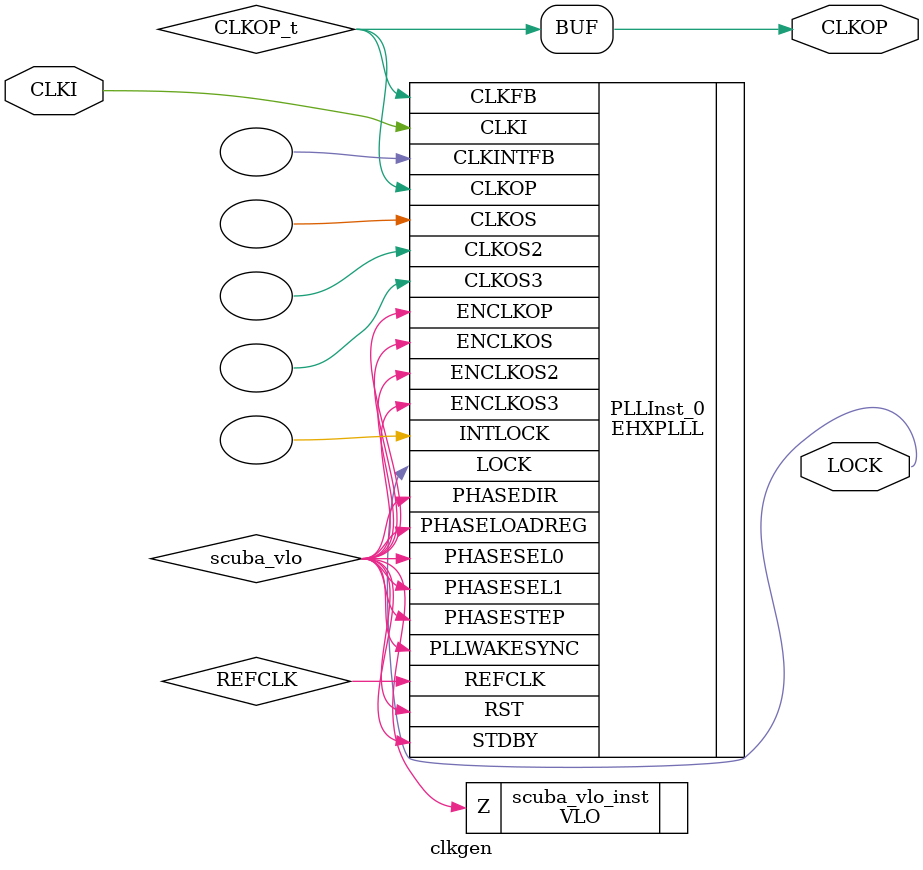
<source format=v>
/* Verilog netlist generated by SCUBA Diamond (64-bit) 3.11.3.469 */
/* Module Version: 5.7 */
/* C:\lscc\diamond\3.11_x64\ispfpga\bin\nt64\scuba.exe -w -n clkgen -lang verilog -synth synplify -bus_exp 7 -bb -arch sa5p00 -type pll -fin 25 -fclkop 100.00 -fclkop_tol 0.0 -phase_cntl STATIC -lock -fb_mode 1 -fdc C:/lscc/projects/mcu_icesugar/clockgen/clkgen/clkgen.fdc  */
/* Fri Sep 03 13:09:13 2021 */


`timescale 1 ns / 1 ps
module clkgen (CLKI, CLKOP, LOCK)/* synthesis NGD_DRC_MASK=1 */;
    input wire CLKI;
    output wire CLKOP;
    output wire LOCK;

    wire REFCLK;
    wire CLKOP_t;
    wire scuba_vhi;
    wire scuba_vlo;

    VHI scuba_vhi_inst (.Z(scuba_vhi));

    VLO scuba_vlo_inst (.Z(scuba_vlo));

    defparam PLLInst_0.PLLRST_ENA = "DISABLED" ;
    defparam PLLInst_0.INTFB_WAKE = "DISABLED" ;
    defparam PLLInst_0.STDBY_ENABLE = "DISABLED" ;
    defparam PLLInst_0.DPHASE_SOURCE = "DISABLED" ;
    defparam PLLInst_0.CLKOS3_FPHASE = 0 ;
    defparam PLLInst_0.CLKOS3_CPHASE = 0 ;
    defparam PLLInst_0.CLKOS2_FPHASE = 0 ;
    defparam PLLInst_0.CLKOS2_CPHASE = 0 ;
    defparam PLLInst_0.CLKOS_FPHASE = 0 ;
    defparam PLLInst_0.CLKOS_CPHASE = 0 ;
    defparam PLLInst_0.CLKOP_FPHASE = 0 ;
    defparam PLLInst_0.CLKOP_CPHASE = 9 ;
    defparam PLLInst_0.PLL_LOCK_MODE = 0 ;
    defparam PLLInst_0.CLKOS_TRIM_DELAY = 0 ;
    defparam PLLInst_0.CLKOS_TRIM_POL = "FALLING" ;
    defparam PLLInst_0.CLKOP_TRIM_DELAY = 0 ;
    defparam PLLInst_0.CLKOP_TRIM_POL = "FALLING" ;
    defparam PLLInst_0.OUTDIVIDER_MUXD = "DIVD" ;
    defparam PLLInst_0.CLKOS3_ENABLE = "DISABLED" ;
    defparam PLLInst_0.OUTDIVIDER_MUXC = "DIVC" ;
    defparam PLLInst_0.CLKOS2_ENABLE = "DISABLED" ;
    defparam PLLInst_0.OUTDIVIDER_MUXB = "DIVB" ;
    defparam PLLInst_0.CLKOS_ENABLE = "DISABLED" ;
    defparam PLLInst_0.OUTDIVIDER_MUXA = "DIVA" ;
    defparam PLLInst_0.CLKOP_ENABLE = "ENABLED" ;
    defparam PLLInst_0.CLKOS3_DIV = 1 ;
    defparam PLLInst_0.CLKOS2_DIV = 1 ;
    defparam PLLInst_0.CLKOS_DIV = 1 ;
    defparam PLLInst_0.CLKOP_DIV = 10 ;
    defparam PLLInst_0.CLKFB_DIV = 5 ;
    defparam PLLInst_0.CLKI_DIV = 2 ;
    defparam PLLInst_0.FEEDBK_PATH = "CLKOP" ;
    EHXPLLL PLLInst_0 (.CLKI(CLKI), .CLKFB(CLKOP_t), .PHASESEL1(scuba_vlo),
        .PHASESEL0(scuba_vlo), .PHASEDIR(scuba_vlo), .PHASESTEP(scuba_vlo),
        .PHASELOADREG(scuba_vlo), .STDBY(scuba_vlo), .PLLWAKESYNC(scuba_vlo),
        .RST(scuba_vlo), .ENCLKOP(scuba_vlo), .ENCLKOS(scuba_vlo), .ENCLKOS2(scuba_vlo),
        .ENCLKOS3(scuba_vlo), .CLKOP(CLKOP_t), .CLKOS(), .CLKOS2(), .CLKOS3(),
        .LOCK(LOCK), .INTLOCK(), .REFCLK(REFCLK), .CLKINTFB())
             /* synthesis FREQUENCY_PIN_CLKOP="65.000000" */
             /* synthesis FREQUENCY_PIN_CLKI="26.000000" */
             /* synthesis ICP_CURRENT="6" */
             /* synthesis LPF_RESISTOR="16" */;

    assign CLKOP = CLKOP_t;


    // exemplar begin
    // exemplar attribute PLLInst_0 FREQUENCY_PIN_CLKOP 65.000000
    // exemplar attribute PLLInst_0 FREQUENCY_PIN_CLKI 26.000000
    // exemplar attribute PLLInst_0 ICP_CURRENT 6
    // exemplar attribute PLLInst_0 LPF_RESISTOR 16
    // exemplar end

endmodule

</source>
